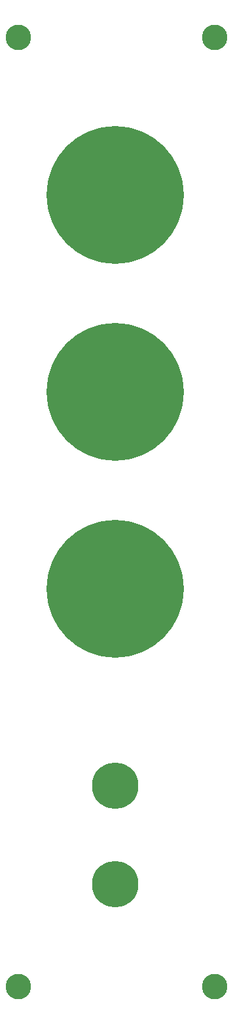
<source format=gbr>
G04 #@! TF.FileFunction,Soldermask,Bot*
%FSLAX46Y46*%
G04 Gerber Fmt 4.6, Leading zero omitted, Abs format (unit mm)*
G04 Created by KiCad (PCBNEW 4.0.7) date 05/20/19 09:48:52*
%MOMM*%
%LPD*%
G01*
G04 APERTURE LIST*
%ADD10C,0.100000*%
%ADD11C,6.000000*%
%ADD12C,3.300000*%
%ADD13C,17.780000*%
G04 APERTURE END LIST*
D10*
D11*
X78740000Y-142240000D03*
X78740000Y-154940000D03*
D12*
X66182240Y-45679360D03*
X91582240Y-45679360D03*
X66182240Y-168178480D03*
X91582240Y-168178480D03*
D13*
X78740000Y-66040000D03*
X78740000Y-91440000D03*
X78740000Y-116840000D03*
M02*

</source>
